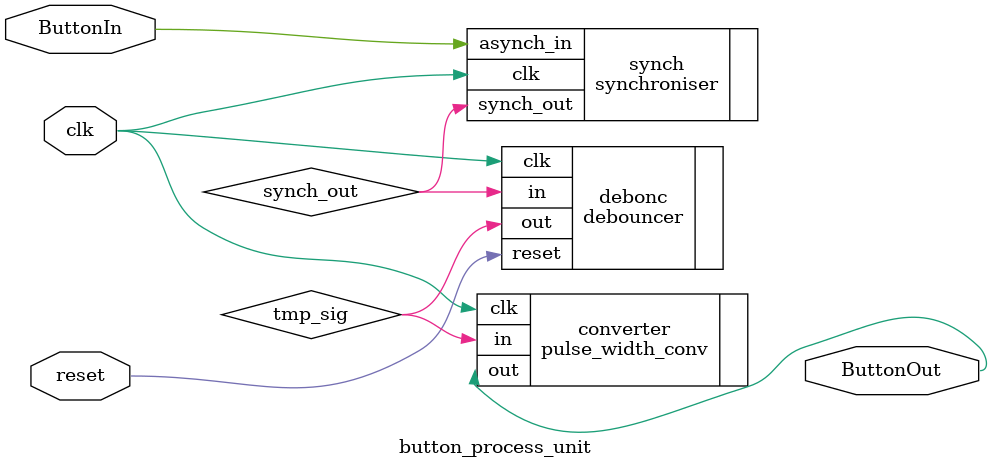
<source format=v>
module button_process_unit(reset,ButtonIn,clk,ButtonOut);
//Declaration of the ports
parameter sim=0;
input ButtonIn,clk,reset;
output ButtonOut;
//Achievement
wire synch_out,tmp_sig;
synchroniser synch(.asynch_in(ButtonIn),.synch_out(synch_out),.clk(clk));
debouncer #(.sim(sim))debonc(.in(synch_out),.out(tmp_sig),.reset(reset),.clk(clk));
pulse_width_conv converter(.in(tmp_sig),.out(ButtonOut),.clk(clk));

endmodule

</source>
